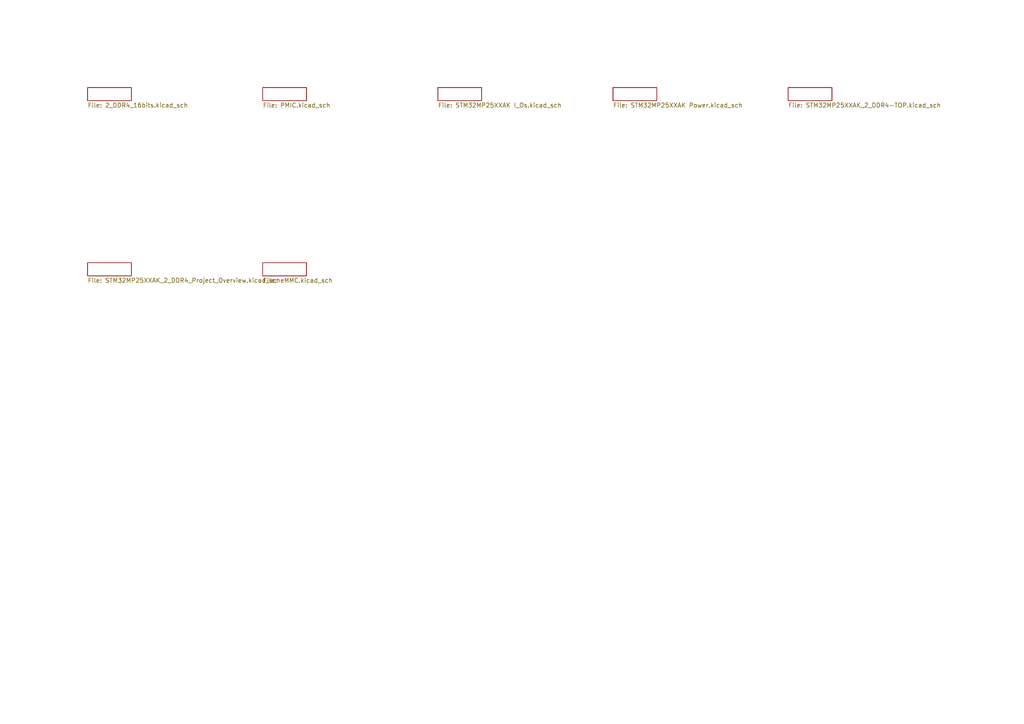
<source format=kicad_sch>
(kicad_sch
	(version 20250114)
	(generator "eeschema")
	(generator_version "9.0")
	(uuid "b2586c29-e959-4e45-aa08-c20dfe0b0788")
	(paper "A4")
	(lib_symbols)
	(sheet
		(at 76.2 76.2)
		(size 12.7 3.81)
		(exclude_from_sim no)
		(in_bom yes)
		(on_board yes)
		(dnp no)
		(fields_autoplaced yes)
		(stroke
			(width 0)
			(type solid)
		)
		(fill
			(color 0 0 0 0.0000)
		)
		(uuid "1a51adab-0dc3-4edb-8eca-7dee627ad9b5")
		(property "Sheetname" ""
			(at 76.2 75.4884 0)
			(effects
				(font
					(size 1.27 1.27)
				)
				(justify left bottom)
			)
		)
		(property "Sheetfile" "eMMC.kicad_sch"
			(at 76.2 80.5946 0)
			(effects
				(font
					(size 1.27 1.27)
				)
				(justify left top)
			)
		)
		(instances
			(project "STM32MP25XXAK with 2 DDR4"
				(path "/b2586c29-e959-4e45-aa08-c20dfe0b0788"
					(page "8")
				)
			)
		)
	)
	(sheet
		(at 177.8 25.4)
		(size 12.7 3.81)
		(exclude_from_sim no)
		(in_bom yes)
		(on_board yes)
		(dnp no)
		(fields_autoplaced yes)
		(stroke
			(width 0)
			(type solid)
		)
		(fill
			(color 0 0 0 0.0000)
		)
		(uuid "41ec0b2a-9da6-4e21-9ae2-7c8226a67cad")
		(property "Sheetname" ""
			(at 177.8 24.6884 0)
			(effects
				(font
					(size 1.27 1.27)
				)
				(justify left bottom)
			)
		)
		(property "Sheetfile" "STM32MP25XXAK Power.kicad_sch"
			(at 177.8 29.7946 0)
			(effects
				(font
					(size 1.27 1.27)
				)
				(justify left top)
			)
		)
		(instances
			(project "STM32MP25XXAK with 2 DDR4"
				(path "/b2586c29-e959-4e45-aa08-c20dfe0b0788"
					(page "5")
				)
			)
		)
	)
	(sheet
		(at 127 25.4)
		(size 12.7 3.81)
		(exclude_from_sim no)
		(in_bom yes)
		(on_board yes)
		(dnp no)
		(fields_autoplaced yes)
		(stroke
			(width 0)
			(type solid)
		)
		(fill
			(color 0 0 0 0.0000)
		)
		(uuid "741328c9-7ebb-4cef-a751-6b86be0a9bf5")
		(property "Sheetname" ""
			(at 127 24.6884 0)
			(effects
				(font
					(size 1.27 1.27)
				)
				(justify left bottom)
			)
		)
		(property "Sheetfile" "STM32MP25XXAK I_Os.kicad_sch"
			(at 127 29.7946 0)
			(effects
				(font
					(size 1.27 1.27)
				)
				(justify left top)
			)
		)
		(instances
			(project "STM32MP25XXAK with 2 DDR4"
				(path "/b2586c29-e959-4e45-aa08-c20dfe0b0788"
					(page "4")
				)
			)
		)
	)
	(sheet
		(at 76.2 25.4)
		(size 12.7 3.81)
		(exclude_from_sim no)
		(in_bom yes)
		(on_board yes)
		(dnp no)
		(fields_autoplaced yes)
		(stroke
			(width 0)
			(type solid)
		)
		(fill
			(color 0 0 0 0.0000)
		)
		(uuid "7bb26df9-10cd-4140-8e1a-7db7874f8aed")
		(property "Sheetname" ""
			(at 76.2 24.6884 0)
			(effects
				(font
					(size 1.27 1.27)
				)
				(justify left bottom)
			)
		)
		(property "Sheetfile" "PMIC.kicad_sch"
			(at 76.2 29.7946 0)
			(effects
				(font
					(size 1.27 1.27)
				)
				(justify left top)
			)
		)
		(instances
			(project "STM32MP25XXAK with 2 DDR4"
				(path "/b2586c29-e959-4e45-aa08-c20dfe0b0788"
					(page "3")
				)
			)
		)
	)
	(sheet
		(at 228.6 25.4)
		(size 12.7 3.81)
		(exclude_from_sim no)
		(in_bom yes)
		(on_board yes)
		(dnp no)
		(fields_autoplaced yes)
		(stroke
			(width 0)
			(type solid)
		)
		(fill
			(color 0 0 0 0.0000)
		)
		(uuid "7d92e7b3-aed2-4bd2-b5de-e3de24b02217")
		(property "Sheetname" ""
			(at 228.6 24.6884 0)
			(effects
				(font
					(size 1.27 1.27)
				)
				(justify left bottom)
			)
		)
		(property "Sheetfile" "STM32MP25XXAK_2_DDR4-TOP.kicad_sch"
			(at 228.6 29.7946 0)
			(effects
				(font
					(size 1.27 1.27)
				)
				(justify left top)
			)
		)
		(instances
			(project "STM32MP25XXAK with 2 DDR4"
				(path "/b2586c29-e959-4e45-aa08-c20dfe0b0788"
					(page "6")
				)
			)
		)
	)
	(sheet
		(at 25.4 76.2)
		(size 12.7 3.81)
		(exclude_from_sim no)
		(in_bom yes)
		(on_board yes)
		(dnp no)
		(fields_autoplaced yes)
		(stroke
			(width 0)
			(type solid)
		)
		(fill
			(color 0 0 0 0.0000)
		)
		(uuid "a52cc2fb-2797-44bb-b96e-2d131d5863f6")
		(property "Sheetname" ""
			(at 25.4 75.4884 0)
			(effects
				(font
					(size 1.27 1.27)
				)
				(justify left bottom)
			)
		)
		(property "Sheetfile" "STM32MP25XXAK_2_DDR4_Project_Overview.kicad_sch"
			(at 25.4 80.5946 0)
			(effects
				(font
					(size 1.27 1.27)
				)
				(justify left top)
			)
		)
		(instances
			(project "STM32MP25XXAK with 2 DDR4"
				(path "/b2586c29-e959-4e45-aa08-c20dfe0b0788"
					(page "7")
				)
			)
		)
	)
	(sheet
		(at 25.4 25.4)
		(size 12.7 3.81)
		(exclude_from_sim no)
		(in_bom yes)
		(on_board yes)
		(dnp no)
		(fields_autoplaced yes)
		(stroke
			(width 0)
			(type solid)
		)
		(fill
			(color 0 0 0 0.0000)
		)
		(uuid "e62ac657-a004-45f9-a4b2-8d53663eac77")
		(property "Sheetname" ""
			(at 25.4 24.6884 0)
			(effects
				(font
					(size 1.27 1.27)
				)
				(justify left bottom)
			)
		)
		(property "Sheetfile" "2_DDR4_16bits.kicad_sch"
			(at 25.4 29.7946 0)
			(effects
				(font
					(size 1.27 1.27)
				)
				(justify left top)
			)
		)
		(instances
			(project "STM32MP25XXAK with 2 DDR4"
				(path "/b2586c29-e959-4e45-aa08-c20dfe0b0788"
					(page "2")
				)
			)
		)
	)
	(sheet_instances
		(path "/"
			(page "00")
		)
	)
	(embedded_fonts no)
)

</source>
